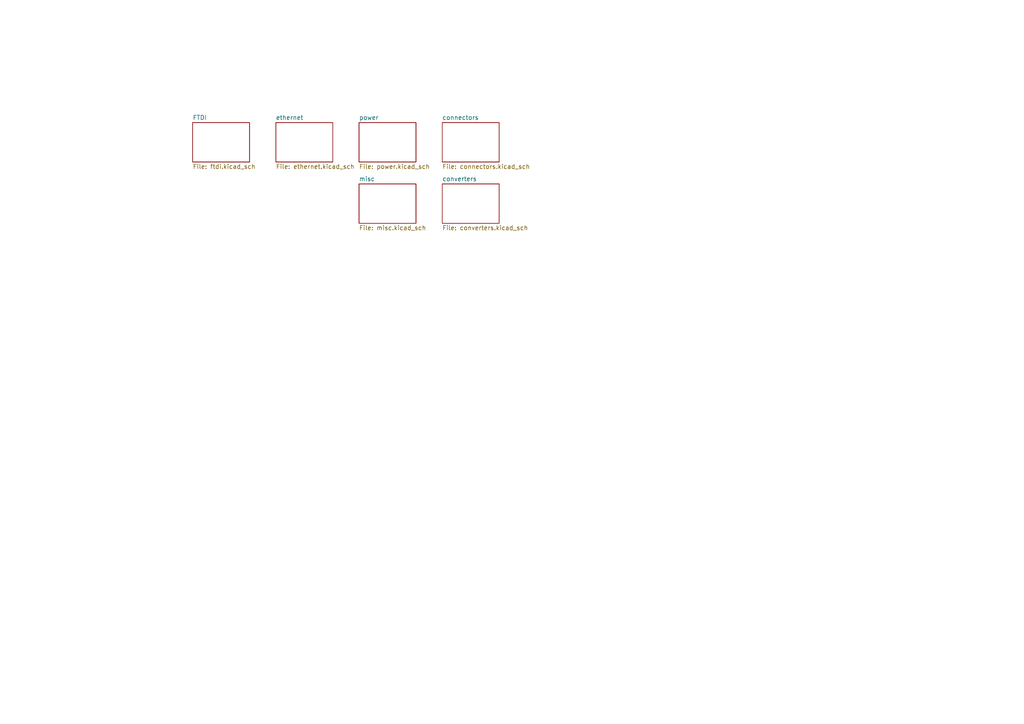
<source format=kicad_sch>
(kicad_sch
	(version 20250114)
	(generator "eeschema")
	(generator_version "9.0")
	(uuid "c6949a33-abae-4c95-a3fe-c6f7de9ef0a5")
	(paper "A4")
	(lib_symbols)
	(sheet
		(at 104.14 35.56)
		(size 16.51 11.43)
		(exclude_from_sim no)
		(in_bom yes)
		(on_board yes)
		(dnp no)
		(fields_autoplaced yes)
		(stroke
			(width 0.1524)
			(type solid)
		)
		(fill
			(color 0 0 0 0.0000)
		)
		(uuid "27f874fd-a513-46bc-8f3a-9358794e114f")
		(property "Sheetname" "power"
			(at 104.14 34.8484 0)
			(effects
				(font
					(size 1.27 1.27)
				)
				(justify left bottom)
			)
		)
		(property "Sheetfile" "power.kicad_sch"
			(at 104.14 47.5746 0)
			(effects
				(font
					(size 1.27 1.27)
				)
				(justify left top)
			)
		)
		(instances
			(project "adc_board_prot"
				(path "/c6949a33-abae-4c95-a3fe-c6f7de9ef0a5"
					(page "6")
				)
			)
		)
	)
	(sheet
		(at 80.01 35.56)
		(size 16.51 11.43)
		(exclude_from_sim no)
		(in_bom yes)
		(on_board yes)
		(dnp no)
		(fields_autoplaced yes)
		(stroke
			(width 0.1524)
			(type solid)
		)
		(fill
			(color 0 0 0 0.0000)
		)
		(uuid "49ec0f5d-34e8-4240-8bc4-03c2dc3a8cf8")
		(property "Sheetname" "ethernet"
			(at 80.01 34.8484 0)
			(effects
				(font
					(size 1.27 1.27)
				)
				(justify left bottom)
			)
		)
		(property "Sheetfile" "ethernet.kicad_sch"
			(at 80.01 47.5746 0)
			(effects
				(font
					(size 1.27 1.27)
				)
				(justify left top)
			)
		)
		(instances
			(project "adc_board_prot"
				(path "/c6949a33-abae-4c95-a3fe-c6f7de9ef0a5"
					(page "4")
				)
			)
		)
	)
	(sheet
		(at 128.27 53.34)
		(size 16.51 11.43)
		(exclude_from_sim no)
		(in_bom yes)
		(on_board yes)
		(dnp no)
		(fields_autoplaced yes)
		(stroke
			(width 0.1524)
			(type solid)
		)
		(fill
			(color 0 0 0 0.0000)
		)
		(uuid "890492eb-88be-4b6b-bbf9-87ecd79c941c")
		(property "Sheetname" "converters"
			(at 128.27 52.6284 0)
			(effects
				(font
					(size 1.27 1.27)
				)
				(justify left bottom)
			)
		)
		(property "Sheetfile" "converters.kicad_sch"
			(at 128.27 65.3546 0)
			(effects
				(font
					(size 1.27 1.27)
				)
				(justify left top)
			)
		)
		(instances
			(project "adc_board_prot"
				(path "/c6949a33-abae-4c95-a3fe-c6f7de9ef0a5"
					(page "18")
				)
			)
		)
	)
	(sheet
		(at 55.88 35.56)
		(size 16.51 11.43)
		(exclude_from_sim no)
		(in_bom yes)
		(on_board yes)
		(dnp no)
		(fields_autoplaced yes)
		(stroke
			(width 0.1524)
			(type solid)
		)
		(fill
			(color 0 0 0 0.0000)
		)
		(uuid "b2ebe4a4-a629-4e1d-afd3-992e4c8a5e84")
		(property "Sheetname" "FTDI"
			(at 55.88 34.8484 0)
			(effects
				(font
					(size 1.27 1.27)
				)
				(justify left bottom)
			)
		)
		(property "Sheetfile" "ftdi.kicad_sch"
			(at 55.88 47.5746 0)
			(effects
				(font
					(size 1.27 1.27)
				)
				(justify left top)
			)
		)
		(instances
			(project "adc_board_prot"
				(path "/c6949a33-abae-4c95-a3fe-c6f7de9ef0a5"
					(page "3")
				)
			)
		)
	)
	(sheet
		(at 128.27 35.56)
		(size 16.51 11.43)
		(exclude_from_sim no)
		(in_bom yes)
		(on_board yes)
		(dnp no)
		(fields_autoplaced yes)
		(stroke
			(width 0.1524)
			(type solid)
		)
		(fill
			(color 0 0 0 0.0000)
		)
		(uuid "ee326142-a1ab-40dd-8d19-bfec08848fdc")
		(property "Sheetname" "connectors"
			(at 128.27 34.8484 0)
			(effects
				(font
					(size 1.27 1.27)
				)
				(justify left bottom)
			)
		)
		(property "Sheetfile" "connectors.kicad_sch"
			(at 128.27 47.5746 0)
			(effects
				(font
					(size 1.27 1.27)
				)
				(justify left top)
			)
		)
		(instances
			(project "adc_board_prot"
				(path "/c6949a33-abae-4c95-a3fe-c6f7de9ef0a5"
					(page "22")
				)
			)
		)
	)
	(sheet
		(at 104.14 53.34)
		(size 16.51 11.43)
		(exclude_from_sim no)
		(in_bom yes)
		(on_board yes)
		(dnp no)
		(fields_autoplaced yes)
		(stroke
			(width 0.1524)
			(type solid)
		)
		(fill
			(color 0 0 0 0.0000)
		)
		(uuid "fb636b71-96c5-455c-b13e-214061b8d67f")
		(property "Sheetname" "misc"
			(at 104.14 52.6284 0)
			(effects
				(font
					(size 1.27 1.27)
				)
				(justify left bottom)
			)
		)
		(property "Sheetfile" "misc.kicad_sch"
			(at 104.14 65.3546 0)
			(effects
				(font
					(size 1.27 1.27)
				)
				(justify left top)
			)
		)
		(instances
			(project "adc_board_prot"
				(path "/c6949a33-abae-4c95-a3fe-c6f7de9ef0a5"
					(page "23")
				)
			)
		)
	)
	(sheet_instances
		(path "/"
			(page "1")
		)
	)
	(embedded_fonts no)
)

</source>
